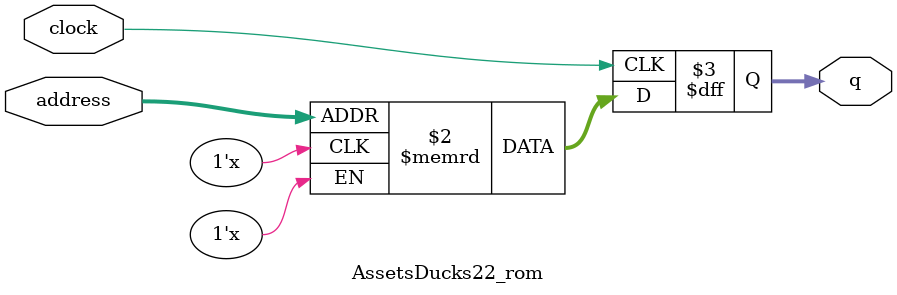
<source format=sv>
module AssetsDucks22_rom (
	input logic clock,
	input logic [11:0] address,
	output logic [3:0] q
);

logic [3:0] memory [0:4095] /* synthesis ram_init_file = "./AssetsDucks22/AssetsDucks22.mif" */;

always_ff @ (posedge clock) begin
	q <= memory[address];
end

endmodule

</source>
